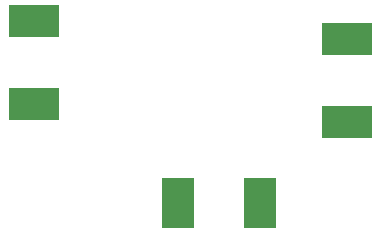
<source format=gbr>
G04 EAGLE Gerber RS-274X export*
G75*
%MOMM*%
%FSLAX34Y34*%
%LPD*%
%INSolderpaste Bottom*%
%IPPOS*%
%AMOC8*
5,1,8,0,0,1.08239X$1,22.5*%
G01*
%ADD10R,2.667000X4.191000*%
%ADD11R,4.191000X2.667000*%


D10*
X222906Y31314D03*
X153014Y31314D03*
D11*
X31314Y114914D03*
X31314Y184806D03*
X296346Y169566D03*
X296346Y99674D03*
M02*

</source>
